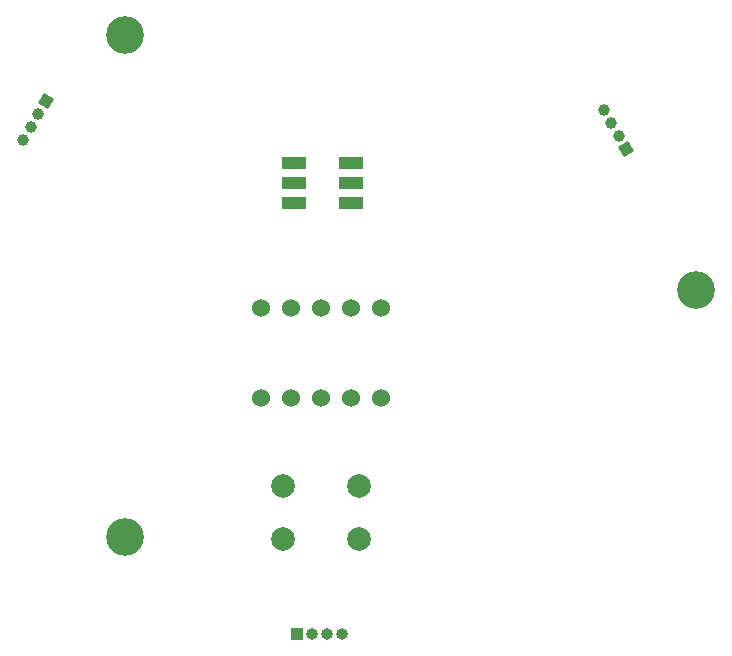
<source format=gbr>
%TF.GenerationSoftware,KiCad,Pcbnew,7.0.10-7.0.10~ubuntu22.04.1*%
%TF.CreationDate,2025-04-20T11:35:09+07:00*%
%TF.ProjectId,Catancenter,43617461-6e63-4656-9e74-65722e6b6963,rev?*%
%TF.SameCoordinates,Original*%
%TF.FileFunction,Soldermask,Top*%
%TF.FilePolarity,Negative*%
%FSLAX46Y46*%
G04 Gerber Fmt 4.6, Leading zero omitted, Abs format (unit mm)*
G04 Created by KiCad (PCBNEW 7.0.10-7.0.10~ubuntu22.04.1) date 2025-04-20 11:35:09*
%MOMM*%
%LPD*%
G01*
G04 APERTURE LIST*
G04 Aperture macros list*
%AMHorizOval*
0 Thick line with rounded ends*
0 $1 width*
0 $2 $3 position (X,Y) of the first rounded end (center of the circle)*
0 $4 $5 position (X,Y) of the second rounded end (center of the circle)*
0 Add line between two ends*
20,1,$1,$2,$3,$4,$5,0*
0 Add two circle primitives to create the rounded ends*
1,1,$1,$2,$3*
1,1,$1,$4,$5*%
%AMRotRect*
0 Rectangle, with rotation*
0 The origin of the aperture is its center*
0 $1 length*
0 $2 width*
0 $3 Rotation angle, in degrees counterclockwise*
0 Add horizontal line*
21,1,$1,$2,0,0,$3*%
G04 Aperture macros list end*
%ADD10C,2.000000*%
%ADD11C,1.524000*%
%ADD12R,2.000000X1.100000*%
%ADD13C,3.200000*%
%ADD14RotRect,1.000000X1.000000X30.000000*%
%ADD15HorizOval,1.000000X0.000000X0.000000X0.000000X0.000000X0*%
%ADD16RotRect,1.000000X1.000000X150.000000*%
%ADD17HorizOval,1.000000X0.000000X0.000000X0.000000X0.000000X0*%
%ADD18R,1.000000X1.000000*%
%ADD19O,1.000000X1.000000*%
G04 APERTURE END LIST*
D10*
%TO.C,SW1*%
X81053800Y-93798000D03*
X87553800Y-93798000D03*
X81053800Y-98298000D03*
X87553800Y-98298000D03*
%TD*%
D11*
%TO.C,U2*%
X79222600Y-86309200D03*
X81762600Y-86309200D03*
X84302600Y-86309200D03*
X86842600Y-86309200D03*
X89382600Y-86309200D03*
X89382600Y-78689200D03*
X86842600Y-78689200D03*
X84302600Y-78689200D03*
X81762600Y-78689200D03*
X79222600Y-78689200D03*
%TD*%
D12*
%TO.C,D1*%
X82042600Y-66446400D03*
X82042600Y-68146400D03*
X82042600Y-69846400D03*
X86842600Y-69846400D03*
X86842600Y-68146400D03*
X86842600Y-66446400D03*
%TD*%
D13*
%TO.C,H5*%
X116027200Y-77216000D03*
%TD*%
D14*
%TO.C,J1*%
X110152689Y-65265749D03*
D15*
X109517689Y-64165897D03*
X108882689Y-63066044D03*
X108247689Y-61966192D03*
%TD*%
D13*
%TO.C,H4*%
X67691000Y-55575200D03*
%TD*%
D16*
%TO.C,J3*%
X61012912Y-61187452D03*
D17*
X60377912Y-62287304D03*
X59742912Y-63387157D03*
X59107912Y-64487009D03*
%TD*%
D13*
%TO.C,H1*%
X67691000Y-98094800D03*
%TD*%
D18*
%TO.C,J2*%
X82301000Y-106363200D03*
D19*
X83571000Y-106363200D03*
X84841000Y-106363200D03*
X86111000Y-106363200D03*
%TD*%
M02*

</source>
